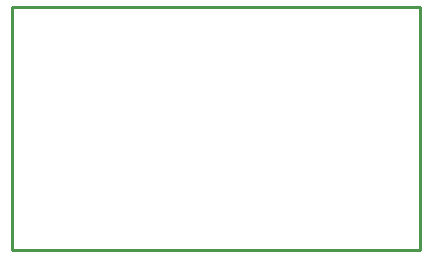
<source format=gko>
%FSLAX23Y23*%
%MOIN*%
G70*
G01*
G75*
G04 Layer_Color=16711935*
%ADD10R,0.035X0.031*%
%ADD11R,0.118X0.059*%
%ADD12R,0.118X0.039*%
%ADD13C,0.010*%
%ADD14C,0.060*%
%ADD15C,0.039*%
%ADD16C,0.236*%
%ADD17C,0.004*%
%ADD18C,0.000*%
%ADD19R,0.023X0.043*%
%ADD20C,0.059*%
%ADD21R,0.043X0.039*%
%ADD22R,0.126X0.067*%
%ADD23R,0.126X0.047*%
%ADD24C,0.068*%
%ADD25C,0.020*%
%ADD26R,0.093X0.199*%
D13*
X0Y810D02*
X1360D01*
X0Y0D02*
X1360D01*
X0D02*
Y810D01*
X1360Y0D02*
Y810D01*
M02*

</source>
